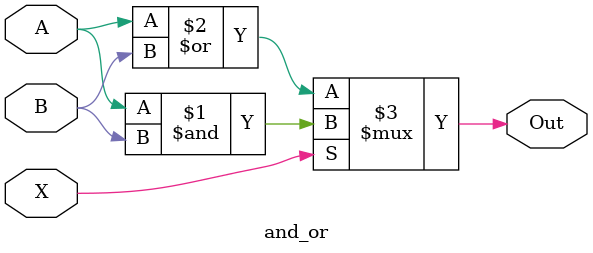
<source format=sv>
module and_or (input X, A, B, output Out);

assign Out = X ? (A & B) : (A | B);
// X = 1 soma A e B
// X = 0 subtrai A e B

endmodule 
</source>
